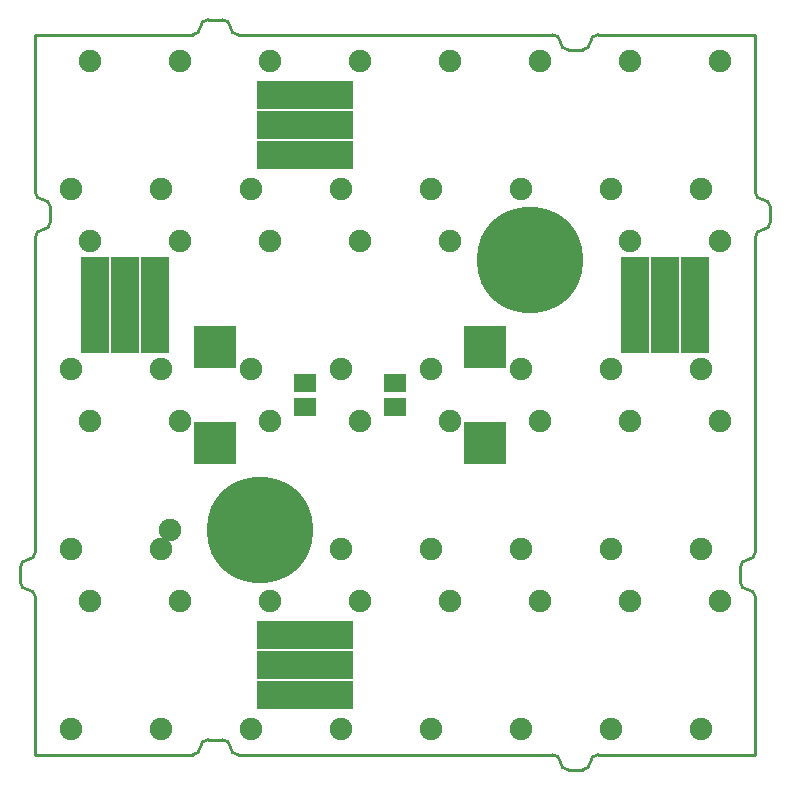
<source format=gbs>
G04 #@! TF.FileFunction,Soldermask,Bot*
%FSLAX46Y46*%
G04 Gerber Fmt 4.6, Leading zero omitted, Abs format (unit mm)*
G04 Created by KiCad (PCBNEW 4.0.2-4+6225~38~ubuntu15.04.1-stable) date Thu Feb 18 17:46:05 2016*
%MOMM*%
G01*
G04 APERTURE LIST*
%ADD10C,0.152400*%
%ADD11C,0.254000*%
%ADD12R,1.930400X1.574800*%
%ADD13C,9.008000*%
%ADD14R,8.128000X2.413000*%
%ADD15R,2.413000X8.128000*%
%ADD16C,1.908000*%
%ADD17R,3.556000X3.556000*%
G04 APERTURE END LIST*
D10*
D11*
X1270000Y14605000D02*
X1270000Y1270000D01*
X1270000Y45085000D02*
X1270000Y18415000D01*
X1270000Y62230000D02*
X1270000Y48895000D01*
X14605000Y62230000D02*
X1270000Y62230000D01*
X45085000Y62230000D02*
X18415000Y62230000D01*
X62230000Y62230000D02*
X48895000Y62230000D01*
X62230000Y48895000D02*
X62230000Y62230000D01*
X62230000Y18415000D02*
X62230000Y45085000D01*
X62230000Y1270000D02*
X62230000Y14605000D01*
X635000Y17780000D02*
G75*
G03X1270000Y18415000I0J635000D01*
G01*
X1270000Y14605000D02*
G75*
G03X635000Y15240000I-635000J0D01*
G01*
X0Y15875000D02*
G75*
G03X635000Y15240000I635000J0D01*
G01*
X635000Y17780000D02*
G75*
G03X0Y17145000I0J-635000D01*
G01*
X0Y17145000D02*
X0Y15875000D01*
X1270000Y48895000D02*
G75*
G03X1905000Y48260000I635000J0D01*
G01*
X1905000Y45720000D02*
G75*
G03X1270000Y45085000I0J-635000D01*
G01*
X1905000Y45720000D02*
G75*
G03X2540000Y46355000I0J635000D01*
G01*
X2540000Y47625000D02*
G75*
G03X1905000Y48260000I-635000J0D01*
G01*
X2540000Y47625000D02*
X2540000Y46355000D01*
X17780000Y62865000D02*
G75*
G03X18415000Y62230000I635000J0D01*
G01*
X14605000Y62230000D02*
G75*
G03X15240000Y62865000I0J635000D01*
G01*
X15875000Y63500000D02*
G75*
G03X15240000Y62865000I0J-635000D01*
G01*
X17780000Y62865000D02*
G75*
G03X17145000Y63500000I-635000J0D01*
G01*
X15875000Y63500000D02*
X17145000Y63500000D01*
X48895000Y62230000D02*
G75*
G03X48260000Y61595000I0J-635000D01*
G01*
X45720000Y61595000D02*
G75*
G03X45085000Y62230000I-635000J0D01*
G01*
X47625000Y60960000D02*
G75*
G03X48260000Y61595000I0J635000D01*
G01*
X45720000Y61595000D02*
G75*
G03X46355000Y60960000I635000J0D01*
G01*
X46355000Y60960000D02*
X47625000Y60960000D01*
X62865000Y45720000D02*
G75*
G03X62230000Y45085000I0J-635000D01*
G01*
X62230000Y48895000D02*
G75*
G03X62865000Y48260000I635000J0D01*
G01*
X63500000Y47625000D02*
G75*
G03X62865000Y48260000I-635000J0D01*
G01*
X62865000Y45720000D02*
G75*
G03X63500000Y46355000I0J635000D01*
G01*
X63500000Y47625000D02*
X63500000Y46355000D01*
X61595000Y17780000D02*
G75*
G03X62230000Y18415000I0J635000D01*
G01*
X62230000Y14605000D02*
G75*
G03X61595000Y15240000I-635000J0D01*
G01*
X60960000Y15875000D02*
G75*
G03X61595000Y15240000I635000J0D01*
G01*
X61595000Y17780000D02*
G75*
G03X60960000Y17145000I0J-635000D01*
G01*
X60960000Y17145000D02*
X60960000Y15875000D01*
X48895000Y1270000D02*
X62230000Y1270000D01*
X45085000Y1270000D02*
X18415000Y1270000D01*
X48895000Y1270000D02*
G75*
G03X48260000Y635000I0J-635000D01*
G01*
X45720000Y635000D02*
G75*
G03X45085000Y1270000I-635000J0D01*
G01*
X45720000Y635000D02*
G75*
G03X46355000Y0I635000J0D01*
G01*
X47625000Y0D02*
G75*
G03X48260000Y635000I0J635000D01*
G01*
X46355000Y0D02*
X47625000Y0D01*
X14605000Y1270000D02*
X1270000Y1270000D01*
X15875000Y2540000D02*
X17145000Y2540000D01*
X17780000Y1905000D02*
G75*
G03X17145000Y2540000I-635000J0D01*
G01*
X15875000Y2540000D02*
G75*
G03X15240000Y1905000I0J-635000D01*
G01*
X17780000Y1905000D02*
G75*
G03X18415000Y1270000I635000J0D01*
G01*
X14605000Y1270000D02*
G75*
G03X15240000Y1905000I0J635000D01*
G01*
D12*
X31750000Y32766000D03*
X31750000Y30734000D03*
X24130000Y32766000D03*
X24130000Y30734000D03*
D13*
X20320000Y20320000D03*
X43180000Y43180000D03*
D14*
X24130000Y57150000D03*
X24130000Y54610000D03*
X24130000Y52070000D03*
X24130000Y11430000D03*
X24130000Y8890000D03*
X24130000Y6350000D03*
D15*
X57150000Y39370000D03*
X54610000Y39370000D03*
X52070000Y39370000D03*
X11430000Y39370000D03*
X8890000Y39370000D03*
X6350000Y39370000D03*
D16*
X27140000Y3480000D03*
X4280000Y3480000D03*
X11900000Y3480000D03*
X19520000Y3480000D03*
X34760000Y3480000D03*
X42380000Y3480000D03*
X50000000Y3480000D03*
X57620000Y3480000D03*
X59220000Y14300000D03*
X51600000Y14300000D03*
X43980000Y14300000D03*
X36360000Y14300000D03*
X28740000Y14300000D03*
X21120000Y14300000D03*
X13500000Y14300000D03*
X4280000Y18720000D03*
X11900000Y18720000D03*
X12700000Y20320000D03*
X27140000Y18720000D03*
X34760000Y18720000D03*
X42380000Y18720000D03*
X50000000Y18720000D03*
X57620000Y18720000D03*
X59220000Y29540000D03*
X51600000Y29540000D03*
X43980000Y29540000D03*
X36360000Y29540000D03*
X28740000Y29540000D03*
X21120000Y29540000D03*
X13500000Y29540000D03*
X5880000Y29540000D03*
X4280000Y33960000D03*
X11900000Y33960000D03*
X19520000Y33960000D03*
X27140000Y33960000D03*
X34760000Y33960000D03*
X42380000Y33960000D03*
X50000000Y33960000D03*
X57620000Y33960000D03*
X59220000Y44780000D03*
X51600000Y44780000D03*
X43980000Y44780000D03*
X36360000Y44780000D03*
X28740000Y44780000D03*
X21120000Y44780000D03*
X13500000Y44780000D03*
X5880000Y44780000D03*
X4280000Y49200000D03*
X11900000Y49200000D03*
X19520000Y49200000D03*
X27140000Y49200000D03*
X34760000Y49200000D03*
X42380000Y49200000D03*
X50000000Y49200000D03*
X57620000Y49200000D03*
X59220000Y60020000D03*
X51600000Y60020000D03*
X43980000Y60020000D03*
X36360000Y60020000D03*
X28740000Y60020000D03*
X21120000Y60020000D03*
X13500000Y60020000D03*
X5880000Y60020000D03*
X5880000Y14300000D03*
D17*
X16510000Y27686000D03*
X16510000Y35814000D03*
X39370000Y27686000D03*
X39370000Y35814000D03*
M02*

</source>
